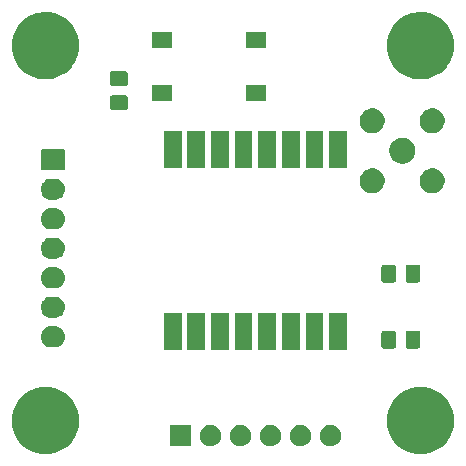
<source format=gts>
G04 #@! TF.GenerationSoftware,KiCad,Pcbnew,(5.1.5)-3*
G04 #@! TF.CreationDate,2020-06-05T10:01:48-04:00*
G04 #@! TF.ProjectId,telemetry_breakout,74656c65-6d65-4747-9279-5f627265616b,rev?*
G04 #@! TF.SameCoordinates,Original*
G04 #@! TF.FileFunction,Soldermask,Top*
G04 #@! TF.FilePolarity,Negative*
%FSLAX46Y46*%
G04 Gerber Fmt 4.6, Leading zero omitted, Abs format (unit mm)*
G04 Created by KiCad (PCBNEW (5.1.5)-3) date 2020-06-05 10:01:48*
%MOMM*%
%LPD*%
G04 APERTURE LIST*
%ADD10C,0.100000*%
G04 APERTURE END LIST*
D10*
G36*
X224986606Y-110288562D02*
G01*
X225505455Y-110503476D01*
X225972407Y-110815484D01*
X226369516Y-111212593D01*
X226681524Y-111679545D01*
X226896438Y-112198394D01*
X226896438Y-112198395D01*
X227006000Y-112749200D01*
X227006000Y-113310800D01*
X226968059Y-113501544D01*
X226896438Y-113861606D01*
X226681524Y-114380455D01*
X226369516Y-114847407D01*
X225972407Y-115244516D01*
X225505455Y-115556524D01*
X224986606Y-115771438D01*
X224435800Y-115881000D01*
X223874200Y-115881000D01*
X223323394Y-115771438D01*
X222804545Y-115556524D01*
X222337593Y-115244516D01*
X221940484Y-114847407D01*
X221628476Y-114380455D01*
X221413562Y-113861606D01*
X221341941Y-113501544D01*
X221304000Y-113310800D01*
X221304000Y-112749200D01*
X221413562Y-112198395D01*
X221413562Y-112198394D01*
X221628476Y-111679545D01*
X221940484Y-111212593D01*
X222337593Y-110815484D01*
X222804545Y-110503476D01*
X223323394Y-110288562D01*
X223874200Y-110179000D01*
X224435800Y-110179000D01*
X224986606Y-110288562D01*
G37*
G36*
X193236606Y-110288562D02*
G01*
X193755455Y-110503476D01*
X194222407Y-110815484D01*
X194619516Y-111212593D01*
X194931524Y-111679545D01*
X195146438Y-112198394D01*
X195146438Y-112198395D01*
X195256000Y-112749200D01*
X195256000Y-113310800D01*
X195218059Y-113501544D01*
X195146438Y-113861606D01*
X194931524Y-114380455D01*
X194619516Y-114847407D01*
X194222407Y-115244516D01*
X193755455Y-115556524D01*
X193236606Y-115771438D01*
X192685800Y-115881000D01*
X192124200Y-115881000D01*
X191573394Y-115771438D01*
X191054545Y-115556524D01*
X190587593Y-115244516D01*
X190190484Y-114847407D01*
X189878476Y-114380455D01*
X189663562Y-113861606D01*
X189591941Y-113501544D01*
X189554000Y-113310800D01*
X189554000Y-112749200D01*
X189663562Y-112198395D01*
X189663562Y-112198394D01*
X189878476Y-111679545D01*
X190190484Y-111212593D01*
X190587593Y-110815484D01*
X191054545Y-110503476D01*
X191573394Y-110288562D01*
X192124200Y-110179000D01*
X192685800Y-110179000D01*
X193236606Y-110288562D01*
G37*
G36*
X216648512Y-113403927D02*
G01*
X216797812Y-113433624D01*
X216961784Y-113501544D01*
X217109354Y-113600147D01*
X217234853Y-113725646D01*
X217333456Y-113873216D01*
X217401376Y-114037188D01*
X217436000Y-114211259D01*
X217436000Y-114388741D01*
X217401376Y-114562812D01*
X217333456Y-114726784D01*
X217234853Y-114874354D01*
X217109354Y-114999853D01*
X216961784Y-115098456D01*
X216797812Y-115166376D01*
X216648512Y-115196073D01*
X216623742Y-115201000D01*
X216446258Y-115201000D01*
X216421488Y-115196073D01*
X216272188Y-115166376D01*
X216108216Y-115098456D01*
X215960646Y-114999853D01*
X215835147Y-114874354D01*
X215736544Y-114726784D01*
X215668624Y-114562812D01*
X215634000Y-114388741D01*
X215634000Y-114211259D01*
X215668624Y-114037188D01*
X215736544Y-113873216D01*
X215835147Y-113725646D01*
X215960646Y-113600147D01*
X216108216Y-113501544D01*
X216272188Y-113433624D01*
X216421488Y-113403927D01*
X216446258Y-113399000D01*
X216623742Y-113399000D01*
X216648512Y-113403927D01*
G37*
G36*
X214108512Y-113403927D02*
G01*
X214257812Y-113433624D01*
X214421784Y-113501544D01*
X214569354Y-113600147D01*
X214694853Y-113725646D01*
X214793456Y-113873216D01*
X214861376Y-114037188D01*
X214896000Y-114211259D01*
X214896000Y-114388741D01*
X214861376Y-114562812D01*
X214793456Y-114726784D01*
X214694853Y-114874354D01*
X214569354Y-114999853D01*
X214421784Y-115098456D01*
X214257812Y-115166376D01*
X214108512Y-115196073D01*
X214083742Y-115201000D01*
X213906258Y-115201000D01*
X213881488Y-115196073D01*
X213732188Y-115166376D01*
X213568216Y-115098456D01*
X213420646Y-114999853D01*
X213295147Y-114874354D01*
X213196544Y-114726784D01*
X213128624Y-114562812D01*
X213094000Y-114388741D01*
X213094000Y-114211259D01*
X213128624Y-114037188D01*
X213196544Y-113873216D01*
X213295147Y-113725646D01*
X213420646Y-113600147D01*
X213568216Y-113501544D01*
X213732188Y-113433624D01*
X213881488Y-113403927D01*
X213906258Y-113399000D01*
X214083742Y-113399000D01*
X214108512Y-113403927D01*
G37*
G36*
X211568512Y-113403927D02*
G01*
X211717812Y-113433624D01*
X211881784Y-113501544D01*
X212029354Y-113600147D01*
X212154853Y-113725646D01*
X212253456Y-113873216D01*
X212321376Y-114037188D01*
X212356000Y-114211259D01*
X212356000Y-114388741D01*
X212321376Y-114562812D01*
X212253456Y-114726784D01*
X212154853Y-114874354D01*
X212029354Y-114999853D01*
X211881784Y-115098456D01*
X211717812Y-115166376D01*
X211568512Y-115196073D01*
X211543742Y-115201000D01*
X211366258Y-115201000D01*
X211341488Y-115196073D01*
X211192188Y-115166376D01*
X211028216Y-115098456D01*
X210880646Y-114999853D01*
X210755147Y-114874354D01*
X210656544Y-114726784D01*
X210588624Y-114562812D01*
X210554000Y-114388741D01*
X210554000Y-114211259D01*
X210588624Y-114037188D01*
X210656544Y-113873216D01*
X210755147Y-113725646D01*
X210880646Y-113600147D01*
X211028216Y-113501544D01*
X211192188Y-113433624D01*
X211341488Y-113403927D01*
X211366258Y-113399000D01*
X211543742Y-113399000D01*
X211568512Y-113403927D01*
G37*
G36*
X209028512Y-113403927D02*
G01*
X209177812Y-113433624D01*
X209341784Y-113501544D01*
X209489354Y-113600147D01*
X209614853Y-113725646D01*
X209713456Y-113873216D01*
X209781376Y-114037188D01*
X209816000Y-114211259D01*
X209816000Y-114388741D01*
X209781376Y-114562812D01*
X209713456Y-114726784D01*
X209614853Y-114874354D01*
X209489354Y-114999853D01*
X209341784Y-115098456D01*
X209177812Y-115166376D01*
X209028512Y-115196073D01*
X209003742Y-115201000D01*
X208826258Y-115201000D01*
X208801488Y-115196073D01*
X208652188Y-115166376D01*
X208488216Y-115098456D01*
X208340646Y-114999853D01*
X208215147Y-114874354D01*
X208116544Y-114726784D01*
X208048624Y-114562812D01*
X208014000Y-114388741D01*
X208014000Y-114211259D01*
X208048624Y-114037188D01*
X208116544Y-113873216D01*
X208215147Y-113725646D01*
X208340646Y-113600147D01*
X208488216Y-113501544D01*
X208652188Y-113433624D01*
X208801488Y-113403927D01*
X208826258Y-113399000D01*
X209003742Y-113399000D01*
X209028512Y-113403927D01*
G37*
G36*
X206488512Y-113403927D02*
G01*
X206637812Y-113433624D01*
X206801784Y-113501544D01*
X206949354Y-113600147D01*
X207074853Y-113725646D01*
X207173456Y-113873216D01*
X207241376Y-114037188D01*
X207276000Y-114211259D01*
X207276000Y-114388741D01*
X207241376Y-114562812D01*
X207173456Y-114726784D01*
X207074853Y-114874354D01*
X206949354Y-114999853D01*
X206801784Y-115098456D01*
X206637812Y-115166376D01*
X206488512Y-115196073D01*
X206463742Y-115201000D01*
X206286258Y-115201000D01*
X206261488Y-115196073D01*
X206112188Y-115166376D01*
X205948216Y-115098456D01*
X205800646Y-114999853D01*
X205675147Y-114874354D01*
X205576544Y-114726784D01*
X205508624Y-114562812D01*
X205474000Y-114388741D01*
X205474000Y-114211259D01*
X205508624Y-114037188D01*
X205576544Y-113873216D01*
X205675147Y-113725646D01*
X205800646Y-113600147D01*
X205948216Y-113501544D01*
X206112188Y-113433624D01*
X206261488Y-113403927D01*
X206286258Y-113399000D01*
X206463742Y-113399000D01*
X206488512Y-113403927D01*
G37*
G36*
X204736000Y-115201000D02*
G01*
X202934000Y-115201000D01*
X202934000Y-113399000D01*
X204736000Y-113399000D01*
X204736000Y-115201000D01*
G37*
G36*
X211936000Y-107041000D02*
G01*
X210434000Y-107041000D01*
X210434000Y-103939000D01*
X211936000Y-103939000D01*
X211936000Y-107041000D01*
G37*
G36*
X217936000Y-107041000D02*
G01*
X216434000Y-107041000D01*
X216434000Y-103939000D01*
X217936000Y-103939000D01*
X217936000Y-107041000D01*
G37*
G36*
X213936000Y-107041000D02*
G01*
X212434000Y-107041000D01*
X212434000Y-103939000D01*
X213936000Y-103939000D01*
X213936000Y-107041000D01*
G37*
G36*
X209936000Y-107041000D02*
G01*
X208434000Y-107041000D01*
X208434000Y-103939000D01*
X209936000Y-103939000D01*
X209936000Y-107041000D01*
G37*
G36*
X203936000Y-107041000D02*
G01*
X202434000Y-107041000D01*
X202434000Y-103939000D01*
X203936000Y-103939000D01*
X203936000Y-107041000D01*
G37*
G36*
X205936000Y-107041000D02*
G01*
X204434000Y-107041000D01*
X204434000Y-103939000D01*
X205936000Y-103939000D01*
X205936000Y-107041000D01*
G37*
G36*
X207936000Y-107041000D02*
G01*
X206434000Y-107041000D01*
X206434000Y-103939000D01*
X207936000Y-103939000D01*
X207936000Y-107041000D01*
G37*
G36*
X215936000Y-107041000D02*
G01*
X214434000Y-107041000D01*
X214434000Y-103939000D01*
X215936000Y-103939000D01*
X215936000Y-107041000D01*
G37*
G36*
X223992674Y-105425465D02*
G01*
X224030367Y-105436899D01*
X224065103Y-105455466D01*
X224095548Y-105480452D01*
X224120534Y-105510897D01*
X224139101Y-105545633D01*
X224150535Y-105583326D01*
X224155000Y-105628661D01*
X224155000Y-106715339D01*
X224150535Y-106760674D01*
X224139101Y-106798367D01*
X224120534Y-106833103D01*
X224095548Y-106863548D01*
X224065103Y-106888534D01*
X224030367Y-106907101D01*
X223992674Y-106918535D01*
X223947339Y-106923000D01*
X223110661Y-106923000D01*
X223065326Y-106918535D01*
X223027633Y-106907101D01*
X222992897Y-106888534D01*
X222962452Y-106863548D01*
X222937466Y-106833103D01*
X222918899Y-106798367D01*
X222907465Y-106760674D01*
X222903000Y-106715339D01*
X222903000Y-105628661D01*
X222907465Y-105583326D01*
X222918899Y-105545633D01*
X222937466Y-105510897D01*
X222962452Y-105480452D01*
X222992897Y-105455466D01*
X223027633Y-105436899D01*
X223065326Y-105425465D01*
X223110661Y-105421000D01*
X223947339Y-105421000D01*
X223992674Y-105425465D01*
G37*
G36*
X221942674Y-105425465D02*
G01*
X221980367Y-105436899D01*
X222015103Y-105455466D01*
X222045548Y-105480452D01*
X222070534Y-105510897D01*
X222089101Y-105545633D01*
X222100535Y-105583326D01*
X222105000Y-105628661D01*
X222105000Y-106715339D01*
X222100535Y-106760674D01*
X222089101Y-106798367D01*
X222070534Y-106833103D01*
X222045548Y-106863548D01*
X222015103Y-106888534D01*
X221980367Y-106907101D01*
X221942674Y-106918535D01*
X221897339Y-106923000D01*
X221060661Y-106923000D01*
X221015326Y-106918535D01*
X220977633Y-106907101D01*
X220942897Y-106888534D01*
X220912452Y-106863548D01*
X220887466Y-106833103D01*
X220868899Y-106798367D01*
X220857465Y-106760674D01*
X220853000Y-106715339D01*
X220853000Y-105628661D01*
X220857465Y-105583326D01*
X220868899Y-105545633D01*
X220887466Y-105510897D01*
X220912452Y-105480452D01*
X220942897Y-105455466D01*
X220977633Y-105436899D01*
X221015326Y-105425465D01*
X221060661Y-105421000D01*
X221897339Y-105421000D01*
X221942674Y-105425465D01*
G37*
G36*
X193275443Y-105037519D02*
G01*
X193341627Y-105044037D01*
X193511466Y-105095557D01*
X193667991Y-105179222D01*
X193703729Y-105208552D01*
X193805186Y-105291814D01*
X193888448Y-105393271D01*
X193917778Y-105429009D01*
X194001443Y-105585534D01*
X194052963Y-105755373D01*
X194070359Y-105932000D01*
X194052963Y-106108627D01*
X194001443Y-106278466D01*
X193917778Y-106434991D01*
X193888448Y-106470729D01*
X193805186Y-106572186D01*
X193709360Y-106650827D01*
X193667991Y-106684778D01*
X193511466Y-106768443D01*
X193341627Y-106819963D01*
X193275443Y-106826481D01*
X193209260Y-106833000D01*
X192870740Y-106833000D01*
X192804557Y-106826481D01*
X192738373Y-106819963D01*
X192568534Y-106768443D01*
X192412009Y-106684778D01*
X192370640Y-106650827D01*
X192274814Y-106572186D01*
X192191552Y-106470729D01*
X192162222Y-106434991D01*
X192078557Y-106278466D01*
X192027037Y-106108627D01*
X192009641Y-105932000D01*
X192027037Y-105755373D01*
X192078557Y-105585534D01*
X192162222Y-105429009D01*
X192191552Y-105393271D01*
X192274814Y-105291814D01*
X192376271Y-105208552D01*
X192412009Y-105179222D01*
X192568534Y-105095557D01*
X192738373Y-105044037D01*
X192804558Y-105037518D01*
X192870740Y-105031000D01*
X193209260Y-105031000D01*
X193275443Y-105037519D01*
G37*
G36*
X193275443Y-102537519D02*
G01*
X193341627Y-102544037D01*
X193511466Y-102595557D01*
X193667991Y-102679222D01*
X193703729Y-102708552D01*
X193805186Y-102791814D01*
X193888448Y-102893271D01*
X193917778Y-102929009D01*
X194001443Y-103085534D01*
X194052963Y-103255373D01*
X194070359Y-103432000D01*
X194052963Y-103608627D01*
X194001443Y-103778466D01*
X193917778Y-103934991D01*
X193888448Y-103970729D01*
X193805186Y-104072186D01*
X193703729Y-104155448D01*
X193667991Y-104184778D01*
X193511466Y-104268443D01*
X193341627Y-104319963D01*
X193275443Y-104326481D01*
X193209260Y-104333000D01*
X192870740Y-104333000D01*
X192804558Y-104326482D01*
X192738373Y-104319963D01*
X192568534Y-104268443D01*
X192412009Y-104184778D01*
X192376271Y-104155448D01*
X192274814Y-104072186D01*
X192191552Y-103970729D01*
X192162222Y-103934991D01*
X192078557Y-103778466D01*
X192027037Y-103608627D01*
X192009641Y-103432000D01*
X192027037Y-103255373D01*
X192078557Y-103085534D01*
X192162222Y-102929009D01*
X192191552Y-102893271D01*
X192274814Y-102791814D01*
X192376271Y-102708552D01*
X192412009Y-102679222D01*
X192568534Y-102595557D01*
X192738373Y-102544037D01*
X192804557Y-102537519D01*
X192870740Y-102531000D01*
X193209260Y-102531000D01*
X193275443Y-102537519D01*
G37*
G36*
X193275443Y-100037519D02*
G01*
X193341627Y-100044037D01*
X193511466Y-100095557D01*
X193667991Y-100179222D01*
X193703729Y-100208552D01*
X193805186Y-100291814D01*
X193888448Y-100393271D01*
X193917778Y-100429009D01*
X194001443Y-100585534D01*
X194052963Y-100755373D01*
X194070359Y-100932000D01*
X194052963Y-101108627D01*
X194001443Y-101278466D01*
X193917778Y-101434991D01*
X193888448Y-101470729D01*
X193805186Y-101572186D01*
X193703729Y-101655448D01*
X193667991Y-101684778D01*
X193511466Y-101768443D01*
X193341627Y-101819963D01*
X193275443Y-101826481D01*
X193209260Y-101833000D01*
X192870740Y-101833000D01*
X192804558Y-101826482D01*
X192738373Y-101819963D01*
X192568534Y-101768443D01*
X192412009Y-101684778D01*
X192376271Y-101655448D01*
X192274814Y-101572186D01*
X192191552Y-101470729D01*
X192162222Y-101434991D01*
X192078557Y-101278466D01*
X192027037Y-101108627D01*
X192009641Y-100932000D01*
X192027037Y-100755373D01*
X192078557Y-100585534D01*
X192162222Y-100429009D01*
X192191552Y-100393271D01*
X192274814Y-100291814D01*
X192376271Y-100208552D01*
X192412009Y-100179222D01*
X192568534Y-100095557D01*
X192738373Y-100044037D01*
X192804557Y-100037519D01*
X192870740Y-100031000D01*
X193209260Y-100031000D01*
X193275443Y-100037519D01*
G37*
G36*
X221942674Y-99837465D02*
G01*
X221980367Y-99848899D01*
X222015103Y-99867466D01*
X222045548Y-99892452D01*
X222070534Y-99922897D01*
X222089101Y-99957633D01*
X222100535Y-99995326D01*
X222105000Y-100040661D01*
X222105000Y-101127339D01*
X222100535Y-101172674D01*
X222089101Y-101210367D01*
X222070534Y-101245103D01*
X222045548Y-101275548D01*
X222015103Y-101300534D01*
X221980367Y-101319101D01*
X221942674Y-101330535D01*
X221897339Y-101335000D01*
X221060661Y-101335000D01*
X221015326Y-101330535D01*
X220977633Y-101319101D01*
X220942897Y-101300534D01*
X220912452Y-101275548D01*
X220887466Y-101245103D01*
X220868899Y-101210367D01*
X220857465Y-101172674D01*
X220853000Y-101127339D01*
X220853000Y-100040661D01*
X220857465Y-99995326D01*
X220868899Y-99957633D01*
X220887466Y-99922897D01*
X220912452Y-99892452D01*
X220942897Y-99867466D01*
X220977633Y-99848899D01*
X221015326Y-99837465D01*
X221060661Y-99833000D01*
X221897339Y-99833000D01*
X221942674Y-99837465D01*
G37*
G36*
X223992674Y-99837465D02*
G01*
X224030367Y-99848899D01*
X224065103Y-99867466D01*
X224095548Y-99892452D01*
X224120534Y-99922897D01*
X224139101Y-99957633D01*
X224150535Y-99995326D01*
X224155000Y-100040661D01*
X224155000Y-101127339D01*
X224150535Y-101172674D01*
X224139101Y-101210367D01*
X224120534Y-101245103D01*
X224095548Y-101275548D01*
X224065103Y-101300534D01*
X224030367Y-101319101D01*
X223992674Y-101330535D01*
X223947339Y-101335000D01*
X223110661Y-101335000D01*
X223065326Y-101330535D01*
X223027633Y-101319101D01*
X222992897Y-101300534D01*
X222962452Y-101275548D01*
X222937466Y-101245103D01*
X222918899Y-101210367D01*
X222907465Y-101172674D01*
X222903000Y-101127339D01*
X222903000Y-100040661D01*
X222907465Y-99995326D01*
X222918899Y-99957633D01*
X222937466Y-99922897D01*
X222962452Y-99892452D01*
X222992897Y-99867466D01*
X223027633Y-99848899D01*
X223065326Y-99837465D01*
X223110661Y-99833000D01*
X223947339Y-99833000D01*
X223992674Y-99837465D01*
G37*
G36*
X193275443Y-97537519D02*
G01*
X193341627Y-97544037D01*
X193511466Y-97595557D01*
X193667991Y-97679222D01*
X193703729Y-97708552D01*
X193805186Y-97791814D01*
X193888448Y-97893271D01*
X193917778Y-97929009D01*
X194001443Y-98085534D01*
X194052963Y-98255373D01*
X194070359Y-98432000D01*
X194052963Y-98608627D01*
X194001443Y-98778466D01*
X193917778Y-98934991D01*
X193888448Y-98970729D01*
X193805186Y-99072186D01*
X193703729Y-99155448D01*
X193667991Y-99184778D01*
X193511466Y-99268443D01*
X193341627Y-99319963D01*
X193275443Y-99326481D01*
X193209260Y-99333000D01*
X192870740Y-99333000D01*
X192804557Y-99326481D01*
X192738373Y-99319963D01*
X192568534Y-99268443D01*
X192412009Y-99184778D01*
X192376271Y-99155448D01*
X192274814Y-99072186D01*
X192191552Y-98970729D01*
X192162222Y-98934991D01*
X192078557Y-98778466D01*
X192027037Y-98608627D01*
X192009641Y-98432000D01*
X192027037Y-98255373D01*
X192078557Y-98085534D01*
X192162222Y-97929009D01*
X192191552Y-97893271D01*
X192274814Y-97791814D01*
X192376271Y-97708552D01*
X192412009Y-97679222D01*
X192568534Y-97595557D01*
X192738373Y-97544037D01*
X192804557Y-97537519D01*
X192870740Y-97531000D01*
X193209260Y-97531000D01*
X193275443Y-97537519D01*
G37*
G36*
X193275443Y-95037519D02*
G01*
X193341627Y-95044037D01*
X193511466Y-95095557D01*
X193667991Y-95179222D01*
X193703729Y-95208552D01*
X193805186Y-95291814D01*
X193888448Y-95393271D01*
X193917778Y-95429009D01*
X194001443Y-95585534D01*
X194052963Y-95755373D01*
X194070359Y-95932000D01*
X194052963Y-96108627D01*
X194001443Y-96278466D01*
X193917778Y-96434991D01*
X193888448Y-96470729D01*
X193805186Y-96572186D01*
X193703729Y-96655448D01*
X193667991Y-96684778D01*
X193511466Y-96768443D01*
X193341627Y-96819963D01*
X193275442Y-96826482D01*
X193209260Y-96833000D01*
X192870740Y-96833000D01*
X192804558Y-96826482D01*
X192738373Y-96819963D01*
X192568534Y-96768443D01*
X192412009Y-96684778D01*
X192376271Y-96655448D01*
X192274814Y-96572186D01*
X192191552Y-96470729D01*
X192162222Y-96434991D01*
X192078557Y-96278466D01*
X192027037Y-96108627D01*
X192009641Y-95932000D01*
X192027037Y-95755373D01*
X192078557Y-95585534D01*
X192162222Y-95429009D01*
X192191552Y-95393271D01*
X192274814Y-95291814D01*
X192376271Y-95208552D01*
X192412009Y-95179222D01*
X192568534Y-95095557D01*
X192738373Y-95044037D01*
X192804557Y-95037519D01*
X192870740Y-95031000D01*
X193209260Y-95031000D01*
X193275443Y-95037519D01*
G37*
G36*
X193275443Y-92537519D02*
G01*
X193341627Y-92544037D01*
X193511466Y-92595557D01*
X193667991Y-92679222D01*
X193703729Y-92708552D01*
X193805186Y-92791814D01*
X193888448Y-92893271D01*
X193917778Y-92929009D01*
X194001443Y-93085534D01*
X194052963Y-93255373D01*
X194070359Y-93432000D01*
X194052963Y-93608627D01*
X194001443Y-93778466D01*
X193917778Y-93934991D01*
X193888448Y-93970729D01*
X193805186Y-94072186D01*
X193703729Y-94155448D01*
X193667991Y-94184778D01*
X193511466Y-94268443D01*
X193341627Y-94319963D01*
X193275442Y-94326482D01*
X193209260Y-94333000D01*
X192870740Y-94333000D01*
X192804557Y-94326481D01*
X192738373Y-94319963D01*
X192568534Y-94268443D01*
X192412009Y-94184778D01*
X192376271Y-94155448D01*
X192274814Y-94072186D01*
X192191552Y-93970729D01*
X192162222Y-93934991D01*
X192078557Y-93778466D01*
X192027037Y-93608627D01*
X192009641Y-93432000D01*
X192027037Y-93255373D01*
X192078557Y-93085534D01*
X192162222Y-92929009D01*
X192191552Y-92893271D01*
X192274814Y-92791814D01*
X192376271Y-92708552D01*
X192412009Y-92679222D01*
X192568534Y-92595557D01*
X192738373Y-92544037D01*
X192804557Y-92537519D01*
X192870740Y-92531000D01*
X193209260Y-92531000D01*
X193275443Y-92537519D01*
G37*
G36*
X220397564Y-91699389D02*
G01*
X220588833Y-91778615D01*
X220588835Y-91778616D01*
X220664256Y-91829011D01*
X220760973Y-91893635D01*
X220907365Y-92040027D01*
X221022385Y-92212167D01*
X221101611Y-92403436D01*
X221142000Y-92606484D01*
X221142000Y-92813516D01*
X221101611Y-93016564D01*
X221022385Y-93207833D01*
X221022384Y-93207835D01*
X220907365Y-93379973D01*
X220760973Y-93526365D01*
X220588835Y-93641384D01*
X220588834Y-93641385D01*
X220588833Y-93641385D01*
X220397564Y-93720611D01*
X220194516Y-93761000D01*
X219987484Y-93761000D01*
X219784436Y-93720611D01*
X219593167Y-93641385D01*
X219593166Y-93641385D01*
X219593165Y-93641384D01*
X219421027Y-93526365D01*
X219274635Y-93379973D01*
X219159616Y-93207835D01*
X219159615Y-93207833D01*
X219080389Y-93016564D01*
X219040000Y-92813516D01*
X219040000Y-92606484D01*
X219080389Y-92403436D01*
X219159615Y-92212167D01*
X219274635Y-92040027D01*
X219421027Y-91893635D01*
X219517744Y-91829011D01*
X219593165Y-91778616D01*
X219593167Y-91778615D01*
X219784436Y-91699389D01*
X219987484Y-91659000D01*
X220194516Y-91659000D01*
X220397564Y-91699389D01*
G37*
G36*
X225477564Y-91699389D02*
G01*
X225668833Y-91778615D01*
X225668835Y-91778616D01*
X225744256Y-91829011D01*
X225840973Y-91893635D01*
X225987365Y-92040027D01*
X226102385Y-92212167D01*
X226181611Y-92403436D01*
X226222000Y-92606484D01*
X226222000Y-92813516D01*
X226181611Y-93016564D01*
X226102385Y-93207833D01*
X226102384Y-93207835D01*
X225987365Y-93379973D01*
X225840973Y-93526365D01*
X225668835Y-93641384D01*
X225668834Y-93641385D01*
X225668833Y-93641385D01*
X225477564Y-93720611D01*
X225274516Y-93761000D01*
X225067484Y-93761000D01*
X224864436Y-93720611D01*
X224673167Y-93641385D01*
X224673166Y-93641385D01*
X224673165Y-93641384D01*
X224501027Y-93526365D01*
X224354635Y-93379973D01*
X224239616Y-93207835D01*
X224239615Y-93207833D01*
X224160389Y-93016564D01*
X224120000Y-92813516D01*
X224120000Y-92606484D01*
X224160389Y-92403436D01*
X224239615Y-92212167D01*
X224354635Y-92040027D01*
X224501027Y-91893635D01*
X224597744Y-91829011D01*
X224673165Y-91778616D01*
X224673167Y-91778615D01*
X224864436Y-91699389D01*
X225067484Y-91659000D01*
X225274516Y-91659000D01*
X225477564Y-91699389D01*
G37*
G36*
X193923600Y-90034989D02*
G01*
X193956652Y-90045015D01*
X193987103Y-90061292D01*
X194013799Y-90083201D01*
X194035708Y-90109897D01*
X194051985Y-90140348D01*
X194062011Y-90173400D01*
X194066000Y-90213903D01*
X194066000Y-91650097D01*
X194062011Y-91690600D01*
X194051985Y-91723652D01*
X194035708Y-91754103D01*
X194013799Y-91780799D01*
X193987103Y-91802708D01*
X193956652Y-91818985D01*
X193923600Y-91829011D01*
X193883097Y-91833000D01*
X192196903Y-91833000D01*
X192156400Y-91829011D01*
X192123348Y-91818985D01*
X192092897Y-91802708D01*
X192066201Y-91780799D01*
X192044292Y-91754103D01*
X192028015Y-91723652D01*
X192017989Y-91690600D01*
X192014000Y-91650097D01*
X192014000Y-90213903D01*
X192017989Y-90173400D01*
X192028015Y-90140348D01*
X192044292Y-90109897D01*
X192066201Y-90083201D01*
X192092897Y-90061292D01*
X192123348Y-90045015D01*
X192156400Y-90034989D01*
X192196903Y-90031000D01*
X193883097Y-90031000D01*
X193923600Y-90034989D01*
G37*
G36*
X217936000Y-91641000D02*
G01*
X216434000Y-91641000D01*
X216434000Y-88539000D01*
X217936000Y-88539000D01*
X217936000Y-91641000D01*
G37*
G36*
X215936000Y-91641000D02*
G01*
X214434000Y-91641000D01*
X214434000Y-88539000D01*
X215936000Y-88539000D01*
X215936000Y-91641000D01*
G37*
G36*
X211936000Y-91641000D02*
G01*
X210434000Y-91641000D01*
X210434000Y-88539000D01*
X211936000Y-88539000D01*
X211936000Y-91641000D01*
G37*
G36*
X213936000Y-91641000D02*
G01*
X212434000Y-91641000D01*
X212434000Y-88539000D01*
X213936000Y-88539000D01*
X213936000Y-91641000D01*
G37*
G36*
X203936000Y-91641000D02*
G01*
X202434000Y-91641000D01*
X202434000Y-88539000D01*
X203936000Y-88539000D01*
X203936000Y-91641000D01*
G37*
G36*
X205936000Y-91641000D02*
G01*
X204434000Y-91641000D01*
X204434000Y-88539000D01*
X205936000Y-88539000D01*
X205936000Y-91641000D01*
G37*
G36*
X207936000Y-91641000D02*
G01*
X206434000Y-91641000D01*
X206434000Y-88539000D01*
X207936000Y-88539000D01*
X207936000Y-91641000D01*
G37*
G36*
X209936000Y-91641000D02*
G01*
X208434000Y-91641000D01*
X208434000Y-88539000D01*
X209936000Y-88539000D01*
X209936000Y-91641000D01*
G37*
G36*
X222845794Y-89090155D02*
G01*
X222952150Y-89111311D01*
X223152520Y-89194307D01*
X223332844Y-89314795D01*
X223486205Y-89468156D01*
X223606693Y-89648480D01*
X223689689Y-89848851D01*
X223732000Y-90061560D01*
X223732000Y-90278440D01*
X223689689Y-90491149D01*
X223606693Y-90691520D01*
X223486205Y-90871844D01*
X223332844Y-91025205D01*
X223152520Y-91145693D01*
X222952150Y-91228689D01*
X222845794Y-91249845D01*
X222739440Y-91271000D01*
X222522560Y-91271000D01*
X222416205Y-91249844D01*
X222309850Y-91228689D01*
X222109480Y-91145693D01*
X221929156Y-91025205D01*
X221775795Y-90871844D01*
X221655307Y-90691520D01*
X221572311Y-90491149D01*
X221530000Y-90278440D01*
X221530000Y-90061560D01*
X221572311Y-89848851D01*
X221655307Y-89648480D01*
X221775795Y-89468156D01*
X221929156Y-89314795D01*
X222109480Y-89194307D01*
X222209666Y-89152809D01*
X222309850Y-89111311D01*
X222416206Y-89090155D01*
X222522560Y-89069000D01*
X222739440Y-89069000D01*
X222845794Y-89090155D01*
G37*
G36*
X220397564Y-86619389D02*
G01*
X220588833Y-86698615D01*
X220588835Y-86698616D01*
X220652267Y-86741000D01*
X220760973Y-86813635D01*
X220907365Y-86960027D01*
X221022385Y-87132167D01*
X221101611Y-87323436D01*
X221142000Y-87526484D01*
X221142000Y-87733516D01*
X221101611Y-87936564D01*
X221022385Y-88127833D01*
X221022384Y-88127835D01*
X220907365Y-88299973D01*
X220760973Y-88446365D01*
X220588835Y-88561384D01*
X220588834Y-88561385D01*
X220588833Y-88561385D01*
X220397564Y-88640611D01*
X220194516Y-88681000D01*
X219987484Y-88681000D01*
X219784436Y-88640611D01*
X219593167Y-88561385D01*
X219593166Y-88561385D01*
X219593165Y-88561384D01*
X219421027Y-88446365D01*
X219274635Y-88299973D01*
X219159616Y-88127835D01*
X219159615Y-88127833D01*
X219080389Y-87936564D01*
X219040000Y-87733516D01*
X219040000Y-87526484D01*
X219080389Y-87323436D01*
X219159615Y-87132167D01*
X219274635Y-86960027D01*
X219421027Y-86813635D01*
X219529733Y-86741000D01*
X219593165Y-86698616D01*
X219593167Y-86698615D01*
X219784436Y-86619389D01*
X219987484Y-86579000D01*
X220194516Y-86579000D01*
X220397564Y-86619389D01*
G37*
G36*
X225477564Y-86619389D02*
G01*
X225668833Y-86698615D01*
X225668835Y-86698616D01*
X225732267Y-86741000D01*
X225840973Y-86813635D01*
X225987365Y-86960027D01*
X226102385Y-87132167D01*
X226181611Y-87323436D01*
X226222000Y-87526484D01*
X226222000Y-87733516D01*
X226181611Y-87936564D01*
X226102385Y-88127833D01*
X226102384Y-88127835D01*
X225987365Y-88299973D01*
X225840973Y-88446365D01*
X225668835Y-88561384D01*
X225668834Y-88561385D01*
X225668833Y-88561385D01*
X225477564Y-88640611D01*
X225274516Y-88681000D01*
X225067484Y-88681000D01*
X224864436Y-88640611D01*
X224673167Y-88561385D01*
X224673166Y-88561385D01*
X224673165Y-88561384D01*
X224501027Y-88446365D01*
X224354635Y-88299973D01*
X224239616Y-88127835D01*
X224239615Y-88127833D01*
X224160389Y-87936564D01*
X224120000Y-87733516D01*
X224120000Y-87526484D01*
X224160389Y-87323436D01*
X224239615Y-87132167D01*
X224354635Y-86960027D01*
X224501027Y-86813635D01*
X224609733Y-86741000D01*
X224673165Y-86698616D01*
X224673167Y-86698615D01*
X224864436Y-86619389D01*
X225067484Y-86579000D01*
X225274516Y-86579000D01*
X225477564Y-86619389D01*
G37*
G36*
X199216674Y-85493465D02*
G01*
X199254367Y-85504899D01*
X199289103Y-85523466D01*
X199319548Y-85548452D01*
X199344534Y-85578897D01*
X199363101Y-85613633D01*
X199374535Y-85651326D01*
X199379000Y-85696661D01*
X199379000Y-86533339D01*
X199374535Y-86578674D01*
X199363101Y-86616367D01*
X199344534Y-86651103D01*
X199319548Y-86681548D01*
X199289103Y-86706534D01*
X199254367Y-86725101D01*
X199216674Y-86736535D01*
X199171339Y-86741000D01*
X198084661Y-86741000D01*
X198039326Y-86736535D01*
X198001633Y-86725101D01*
X197966897Y-86706534D01*
X197936452Y-86681548D01*
X197911466Y-86651103D01*
X197892899Y-86616367D01*
X197881465Y-86578674D01*
X197877000Y-86533339D01*
X197877000Y-85696661D01*
X197881465Y-85651326D01*
X197892899Y-85613633D01*
X197911466Y-85578897D01*
X197936452Y-85548452D01*
X197966897Y-85523466D01*
X198001633Y-85504899D01*
X198039326Y-85493465D01*
X198084661Y-85489000D01*
X199171339Y-85489000D01*
X199216674Y-85493465D01*
G37*
G36*
X203099000Y-86009000D02*
G01*
X201447000Y-86009000D01*
X201447000Y-84607000D01*
X203099000Y-84607000D01*
X203099000Y-86009000D01*
G37*
G36*
X211049000Y-86009000D02*
G01*
X209397000Y-86009000D01*
X209397000Y-84607000D01*
X211049000Y-84607000D01*
X211049000Y-86009000D01*
G37*
G36*
X199216674Y-83443465D02*
G01*
X199254367Y-83454899D01*
X199289103Y-83473466D01*
X199319548Y-83498452D01*
X199344534Y-83528897D01*
X199363101Y-83563633D01*
X199374535Y-83601326D01*
X199379000Y-83646661D01*
X199379000Y-84483339D01*
X199374535Y-84528674D01*
X199363101Y-84566367D01*
X199344534Y-84601103D01*
X199319548Y-84631548D01*
X199289103Y-84656534D01*
X199254367Y-84675101D01*
X199216674Y-84686535D01*
X199171339Y-84691000D01*
X198084661Y-84691000D01*
X198039326Y-84686535D01*
X198001633Y-84675101D01*
X197966897Y-84656534D01*
X197936452Y-84631548D01*
X197911466Y-84601103D01*
X197892899Y-84566367D01*
X197881465Y-84528674D01*
X197877000Y-84483339D01*
X197877000Y-83646661D01*
X197881465Y-83601326D01*
X197892899Y-83563633D01*
X197911466Y-83528897D01*
X197936452Y-83498452D01*
X197966897Y-83473466D01*
X198001633Y-83454899D01*
X198039326Y-83443465D01*
X198084661Y-83439000D01*
X199171339Y-83439000D01*
X199216674Y-83443465D01*
G37*
G36*
X224986606Y-78538562D02*
G01*
X225505455Y-78753476D01*
X225972407Y-79065484D01*
X226369516Y-79462593D01*
X226681524Y-79929545D01*
X226896438Y-80448394D01*
X227006000Y-80999201D01*
X227006000Y-81560799D01*
X226896438Y-82111606D01*
X226681524Y-82630455D01*
X226431579Y-83004524D01*
X226369517Y-83097406D01*
X225972406Y-83494517D01*
X225879524Y-83556579D01*
X225505455Y-83806524D01*
X224986606Y-84021438D01*
X224711202Y-84076219D01*
X224435800Y-84131000D01*
X223874200Y-84131000D01*
X223598798Y-84076219D01*
X223323394Y-84021438D01*
X222804545Y-83806524D01*
X222430476Y-83556579D01*
X222337594Y-83494517D01*
X221940483Y-83097406D01*
X221878421Y-83004524D01*
X221628476Y-82630455D01*
X221413562Y-82111606D01*
X221304000Y-81560799D01*
X221304000Y-80999201D01*
X221413562Y-80448394D01*
X221628476Y-79929545D01*
X221940484Y-79462593D01*
X222337593Y-79065484D01*
X222804545Y-78753476D01*
X223323394Y-78538562D01*
X223598798Y-78483781D01*
X223874200Y-78429000D01*
X224435800Y-78429000D01*
X224986606Y-78538562D01*
G37*
G36*
X193236606Y-78538562D02*
G01*
X193755455Y-78753476D01*
X194222407Y-79065484D01*
X194619516Y-79462593D01*
X194931524Y-79929545D01*
X195146438Y-80448394D01*
X195256000Y-80999201D01*
X195256000Y-81560799D01*
X195146438Y-82111606D01*
X194931524Y-82630455D01*
X194681579Y-83004524D01*
X194619517Y-83097406D01*
X194222406Y-83494517D01*
X194129524Y-83556579D01*
X193755455Y-83806524D01*
X193236606Y-84021438D01*
X192961202Y-84076219D01*
X192685800Y-84131000D01*
X192124200Y-84131000D01*
X191848798Y-84076219D01*
X191573394Y-84021438D01*
X191054545Y-83806524D01*
X190680476Y-83556579D01*
X190587594Y-83494517D01*
X190190483Y-83097406D01*
X190128421Y-83004524D01*
X189878476Y-82630455D01*
X189663562Y-82111606D01*
X189554000Y-81560799D01*
X189554000Y-80999201D01*
X189663562Y-80448394D01*
X189878476Y-79929545D01*
X190190484Y-79462593D01*
X190587593Y-79065484D01*
X191054545Y-78753476D01*
X191573394Y-78538562D01*
X191848798Y-78483781D01*
X192124200Y-78429000D01*
X192685800Y-78429000D01*
X193236606Y-78538562D01*
G37*
G36*
X203099000Y-81509000D02*
G01*
X201447000Y-81509000D01*
X201447000Y-80107000D01*
X203099000Y-80107000D01*
X203099000Y-81509000D01*
G37*
G36*
X211049000Y-81509000D02*
G01*
X209397000Y-81509000D01*
X209397000Y-80107000D01*
X211049000Y-80107000D01*
X211049000Y-81509000D01*
G37*
M02*

</source>
